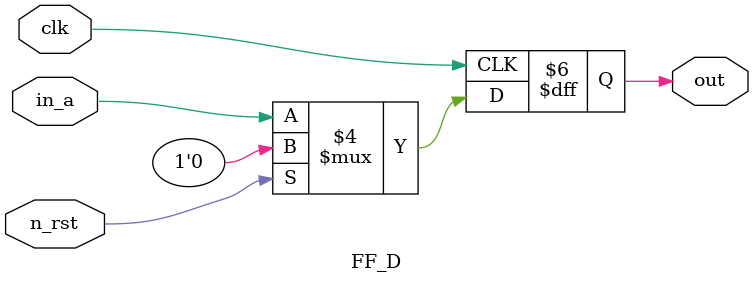
<source format=v>
module FF_D(
  clk,
  n_rst,
  in_a,
  out
);

input clk;
input n_rst;
input in_a;
output reg out;

always@( posedge clk)
begin
  if(n_rst == 1)
    out <= 0;
  else
    out <= in_a; 
end
endmodule
</source>
